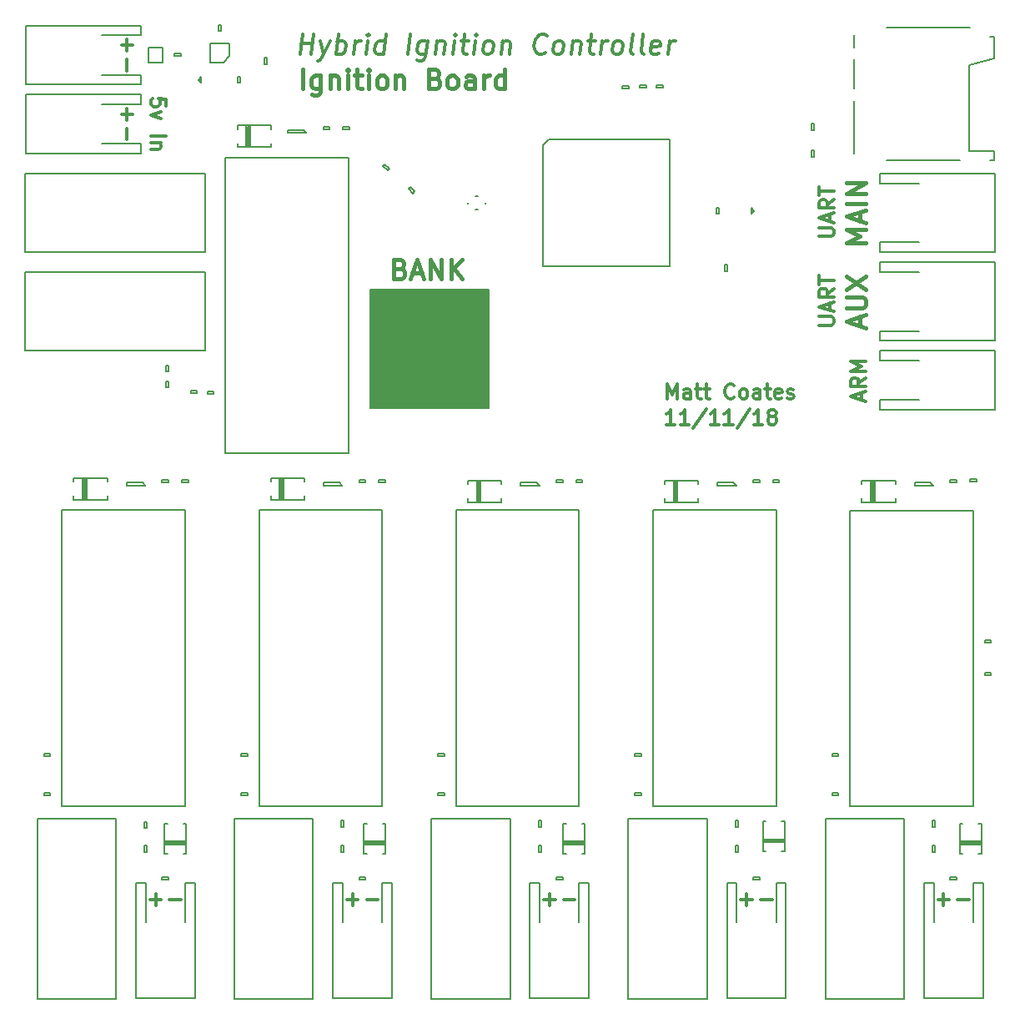
<source format=gto>
G04 #@! TF.GenerationSoftware,KiCad,Pcbnew,5.0.1-33cea8e~68~ubuntu18.04.1*
G04 #@! TF.CreationDate,2018-11-12T15:32:08+00:00*
G04 #@! TF.ProjectId,ignition,69676E6974696F6E2E6B696361645F70,rev?*
G04 #@! TF.SameCoordinates,Original*
G04 #@! TF.FileFunction,Legend,Top*
G04 #@! TF.FilePolarity,Positive*
%FSLAX46Y46*%
G04 Gerber Fmt 4.6, Leading zero omitted, Abs format (unit mm)*
G04 Created by KiCad (PCBNEW 5.0.1-33cea8e~68~ubuntu18.04.1) date Mon 12 Nov 2018 15:32:08 GMT*
%MOMM*%
%LPD*%
G01*
G04 APERTURE LIST*
%ADD10C,0.150000*%
%ADD11C,0.400000*%
%ADD12C,0.300000*%
G04 APERTURE END LIST*
D10*
G36*
X55800000Y-47800000D02*
X67800000Y-47800000D01*
X67800000Y-59800000D01*
X55800000Y-59800000D01*
X55800000Y-47800000D01*
G37*
X55800000Y-47800000D02*
X67800000Y-47800000D01*
X67800000Y-59800000D01*
X55800000Y-59800000D01*
X55800000Y-47800000D01*
D11*
X58838095Y-45657142D02*
X59123809Y-45752380D01*
X59219047Y-45847619D01*
X59314285Y-46038095D01*
X59314285Y-46323809D01*
X59219047Y-46514285D01*
X59123809Y-46609523D01*
X58933333Y-46704761D01*
X58171428Y-46704761D01*
X58171428Y-44704761D01*
X58838095Y-44704761D01*
X59028571Y-44800000D01*
X59123809Y-44895238D01*
X59219047Y-45085714D01*
X59219047Y-45276190D01*
X59123809Y-45466666D01*
X59028571Y-45561904D01*
X58838095Y-45657142D01*
X58171428Y-45657142D01*
X60076190Y-46133333D02*
X61028571Y-46133333D01*
X59885714Y-46704761D02*
X60552380Y-44704761D01*
X61219047Y-46704761D01*
X61885714Y-46704761D02*
X61885714Y-44704761D01*
X63028571Y-46704761D01*
X63028571Y-44704761D01*
X63980952Y-46704761D02*
X63980952Y-44704761D01*
X65123809Y-46704761D02*
X64266666Y-45561904D01*
X65123809Y-44704761D02*
X63980952Y-45847619D01*
D12*
X116571428Y-109692857D02*
X115428571Y-109692857D01*
X114571428Y-109692857D02*
X113428571Y-109692857D01*
X114000000Y-109121428D02*
X114000000Y-110264285D01*
X94571428Y-109692857D02*
X93428571Y-109692857D01*
X94000000Y-109121428D02*
X94000000Y-110264285D01*
X96571428Y-109692857D02*
X95428571Y-109692857D01*
X74571428Y-109692857D02*
X73428571Y-109692857D01*
X74000000Y-109121428D02*
X74000000Y-110264285D01*
X76571428Y-109692857D02*
X75428571Y-109692857D01*
X56571428Y-109692857D02*
X55428571Y-109692857D01*
X54571428Y-109692857D02*
X53428571Y-109692857D01*
X54000000Y-109121428D02*
X54000000Y-110264285D01*
X34571428Y-109692857D02*
X33428571Y-109692857D01*
X34000000Y-109121428D02*
X34000000Y-110264285D01*
X36571428Y-109692857D02*
X35428571Y-109692857D01*
X31107142Y-23571428D02*
X31107142Y-22428571D01*
X31678571Y-23000000D02*
X30535714Y-23000000D01*
X31107142Y-25571428D02*
X31107142Y-24428571D01*
X31107142Y-32571428D02*
X31107142Y-31428571D01*
X31107142Y-30571428D02*
X31107142Y-29428571D01*
X31678571Y-30000000D02*
X30535714Y-30000000D01*
X35021428Y-29178571D02*
X35021428Y-28464285D01*
X34307142Y-28392857D01*
X34378571Y-28464285D01*
X34450000Y-28607142D01*
X34450000Y-28964285D01*
X34378571Y-29107142D01*
X34307142Y-29178571D01*
X34164285Y-29250000D01*
X33807142Y-29250000D01*
X33664285Y-29178571D01*
X33592857Y-29107142D01*
X33521428Y-28964285D01*
X33521428Y-28607142D01*
X33592857Y-28464285D01*
X33664285Y-28392857D01*
X34521428Y-29750000D02*
X33521428Y-30107142D01*
X34521428Y-30464285D01*
X33521428Y-32178571D02*
X35021428Y-32178571D01*
X34521428Y-32892857D02*
X33521428Y-32892857D01*
X34378571Y-32892857D02*
X34450000Y-32964285D01*
X34521428Y-33107142D01*
X34521428Y-33321428D01*
X34450000Y-33464285D01*
X34307142Y-33535714D01*
X33521428Y-33535714D01*
X105650000Y-58964285D02*
X105650000Y-58250000D01*
X106078571Y-59107142D02*
X104578571Y-58607142D01*
X106078571Y-58107142D01*
X106078571Y-56750000D02*
X105364285Y-57250000D01*
X106078571Y-57607142D02*
X104578571Y-57607142D01*
X104578571Y-57035714D01*
X104650000Y-56892857D01*
X104721428Y-56821428D01*
X104864285Y-56750000D01*
X105078571Y-56750000D01*
X105221428Y-56821428D01*
X105292857Y-56892857D01*
X105364285Y-57035714D01*
X105364285Y-57607142D01*
X106078571Y-56107142D02*
X104578571Y-56107142D01*
X105650000Y-55607142D01*
X104578571Y-55107142D01*
X106078571Y-55107142D01*
D11*
X105533333Y-51476190D02*
X105533333Y-50523809D01*
X106104761Y-51666666D02*
X104104761Y-51000000D01*
X106104761Y-50333333D01*
X104104761Y-49666666D02*
X105723809Y-49666666D01*
X105914285Y-49571428D01*
X106009523Y-49476190D01*
X106104761Y-49285714D01*
X106104761Y-48904761D01*
X106009523Y-48714285D01*
X105914285Y-48619047D01*
X105723809Y-48523809D01*
X104104761Y-48523809D01*
X104104761Y-47761904D02*
X106104761Y-46428571D01*
X104104761Y-46428571D02*
X106104761Y-47761904D01*
D12*
X101378571Y-51392857D02*
X102592857Y-51392857D01*
X102735714Y-51321428D01*
X102807142Y-51250000D01*
X102878571Y-51107142D01*
X102878571Y-50821428D01*
X102807142Y-50678571D01*
X102735714Y-50607142D01*
X102592857Y-50535714D01*
X101378571Y-50535714D01*
X102450000Y-49892857D02*
X102450000Y-49178571D01*
X102878571Y-50035714D02*
X101378571Y-49535714D01*
X102878571Y-49035714D01*
X102878571Y-47678571D02*
X102164285Y-48178571D01*
X102878571Y-48535714D02*
X101378571Y-48535714D01*
X101378571Y-47964285D01*
X101450000Y-47821428D01*
X101521428Y-47750000D01*
X101664285Y-47678571D01*
X101878571Y-47678571D01*
X102021428Y-47750000D01*
X102092857Y-47821428D01*
X102164285Y-47964285D01*
X102164285Y-48535714D01*
X101378571Y-47250000D02*
X101378571Y-46392857D01*
X102878571Y-46821428D02*
X101378571Y-46821428D01*
D11*
X106104761Y-43047619D02*
X104104761Y-43047619D01*
X105533333Y-42380952D01*
X104104761Y-41714285D01*
X106104761Y-41714285D01*
X105533333Y-40857142D02*
X105533333Y-39904761D01*
X106104761Y-41047619D02*
X104104761Y-40380952D01*
X106104761Y-39714285D01*
X106104761Y-39047619D02*
X104104761Y-39047619D01*
X106104761Y-38095238D02*
X104104761Y-38095238D01*
X106104761Y-36952380D01*
X104104761Y-36952380D01*
D12*
X101378571Y-42392857D02*
X102592857Y-42392857D01*
X102735714Y-42321428D01*
X102807142Y-42250000D01*
X102878571Y-42107142D01*
X102878571Y-41821428D01*
X102807142Y-41678571D01*
X102735714Y-41607142D01*
X102592857Y-41535714D01*
X101378571Y-41535714D01*
X102450000Y-40892857D02*
X102450000Y-40178571D01*
X102878571Y-41035714D02*
X101378571Y-40535714D01*
X102878571Y-40035714D01*
X102878571Y-38678571D02*
X102164285Y-39178571D01*
X102878571Y-39535714D02*
X101378571Y-39535714D01*
X101378571Y-38964285D01*
X101450000Y-38821428D01*
X101521428Y-38750000D01*
X101664285Y-38678571D01*
X101878571Y-38678571D01*
X102021428Y-38750000D01*
X102092857Y-38821428D01*
X102164285Y-38964285D01*
X102164285Y-39535714D01*
X101378571Y-38250000D02*
X101378571Y-37392857D01*
X102878571Y-37821428D02*
X101378571Y-37821428D01*
X86737857Y-61478571D02*
X85880714Y-61478571D01*
X86309285Y-61478571D02*
X86309285Y-59978571D01*
X86166428Y-60192857D01*
X86023571Y-60335714D01*
X85880714Y-60407142D01*
X88166428Y-61478571D02*
X87309285Y-61478571D01*
X87737857Y-61478571D02*
X87737857Y-59978571D01*
X87595000Y-60192857D01*
X87452142Y-60335714D01*
X87309285Y-60407142D01*
X89880714Y-59907142D02*
X88595000Y-61835714D01*
X91166428Y-61478571D02*
X90309285Y-61478571D01*
X90737857Y-61478571D02*
X90737857Y-59978571D01*
X90595000Y-60192857D01*
X90452142Y-60335714D01*
X90309285Y-60407142D01*
X92595000Y-61478571D02*
X91737857Y-61478571D01*
X92166428Y-61478571D02*
X92166428Y-59978571D01*
X92023571Y-60192857D01*
X91880714Y-60335714D01*
X91737857Y-60407142D01*
X94309285Y-59907142D02*
X93023571Y-61835714D01*
X95595000Y-61478571D02*
X94737857Y-61478571D01*
X95166428Y-61478571D02*
X95166428Y-59978571D01*
X95023571Y-60192857D01*
X94880714Y-60335714D01*
X94737857Y-60407142D01*
X96452142Y-60621428D02*
X96309285Y-60550000D01*
X96237857Y-60478571D01*
X96166428Y-60335714D01*
X96166428Y-60264285D01*
X96237857Y-60121428D01*
X96309285Y-60050000D01*
X96452142Y-59978571D01*
X96737857Y-59978571D01*
X96880714Y-60050000D01*
X96952142Y-60121428D01*
X97023571Y-60264285D01*
X97023571Y-60335714D01*
X96952142Y-60478571D01*
X96880714Y-60550000D01*
X96737857Y-60621428D01*
X96452142Y-60621428D01*
X96309285Y-60692857D01*
X96237857Y-60764285D01*
X96166428Y-60907142D01*
X96166428Y-61192857D01*
X96237857Y-61335714D01*
X96309285Y-61407142D01*
X96452142Y-61478571D01*
X96737857Y-61478571D01*
X96880714Y-61407142D01*
X96952142Y-61335714D01*
X97023571Y-61192857D01*
X97023571Y-60907142D01*
X96952142Y-60764285D01*
X96880714Y-60692857D01*
X96737857Y-60621428D01*
X85952142Y-58878571D02*
X85952142Y-57378571D01*
X86452142Y-58450000D01*
X86952142Y-57378571D01*
X86952142Y-58878571D01*
X88309285Y-58878571D02*
X88309285Y-58092857D01*
X88237857Y-57950000D01*
X88095000Y-57878571D01*
X87809285Y-57878571D01*
X87666428Y-57950000D01*
X88309285Y-58807142D02*
X88166428Y-58878571D01*
X87809285Y-58878571D01*
X87666428Y-58807142D01*
X87595000Y-58664285D01*
X87595000Y-58521428D01*
X87666428Y-58378571D01*
X87809285Y-58307142D01*
X88166428Y-58307142D01*
X88309285Y-58235714D01*
X88809285Y-57878571D02*
X89380714Y-57878571D01*
X89023571Y-57378571D02*
X89023571Y-58664285D01*
X89095000Y-58807142D01*
X89237857Y-58878571D01*
X89380714Y-58878571D01*
X89666428Y-57878571D02*
X90237857Y-57878571D01*
X89880714Y-57378571D02*
X89880714Y-58664285D01*
X89952142Y-58807142D01*
X90095000Y-58878571D01*
X90237857Y-58878571D01*
X92737857Y-58735714D02*
X92666428Y-58807142D01*
X92452142Y-58878571D01*
X92309285Y-58878571D01*
X92095000Y-58807142D01*
X91952142Y-58664285D01*
X91880714Y-58521428D01*
X91809285Y-58235714D01*
X91809285Y-58021428D01*
X91880714Y-57735714D01*
X91952142Y-57592857D01*
X92095000Y-57450000D01*
X92309285Y-57378571D01*
X92452142Y-57378571D01*
X92666428Y-57450000D01*
X92737857Y-57521428D01*
X93595000Y-58878571D02*
X93452142Y-58807142D01*
X93380714Y-58735714D01*
X93309285Y-58592857D01*
X93309285Y-58164285D01*
X93380714Y-58021428D01*
X93452142Y-57950000D01*
X93595000Y-57878571D01*
X93809285Y-57878571D01*
X93952142Y-57950000D01*
X94023571Y-58021428D01*
X94095000Y-58164285D01*
X94095000Y-58592857D01*
X94023571Y-58735714D01*
X93952142Y-58807142D01*
X93809285Y-58878571D01*
X93595000Y-58878571D01*
X95380714Y-58878571D02*
X95380714Y-58092857D01*
X95309285Y-57950000D01*
X95166428Y-57878571D01*
X94880714Y-57878571D01*
X94737857Y-57950000D01*
X95380714Y-58807142D02*
X95237857Y-58878571D01*
X94880714Y-58878571D01*
X94737857Y-58807142D01*
X94666428Y-58664285D01*
X94666428Y-58521428D01*
X94737857Y-58378571D01*
X94880714Y-58307142D01*
X95237857Y-58307142D01*
X95380714Y-58235714D01*
X95880714Y-57878571D02*
X96452142Y-57878571D01*
X96095000Y-57378571D02*
X96095000Y-58664285D01*
X96166428Y-58807142D01*
X96309285Y-58878571D01*
X96452142Y-58878571D01*
X97523571Y-58807142D02*
X97380714Y-58878571D01*
X97095000Y-58878571D01*
X96952142Y-58807142D01*
X96880714Y-58664285D01*
X96880714Y-58092857D01*
X96952142Y-57950000D01*
X97095000Y-57878571D01*
X97380714Y-57878571D01*
X97523571Y-57950000D01*
X97595000Y-58092857D01*
X97595000Y-58235714D01*
X96880714Y-58378571D01*
X98166428Y-58807142D02*
X98309285Y-58878571D01*
X98595000Y-58878571D01*
X98737857Y-58807142D01*
X98809285Y-58664285D01*
X98809285Y-58592857D01*
X98737857Y-58450000D01*
X98595000Y-58378571D01*
X98380714Y-58378571D01*
X98237857Y-58307142D01*
X98166428Y-58164285D01*
X98166428Y-58092857D01*
X98237857Y-57950000D01*
X98380714Y-57878571D01*
X98595000Y-57878571D01*
X98737857Y-57950000D01*
X48683095Y-23904761D02*
X48933095Y-21904761D01*
X48814047Y-22857142D02*
X49956904Y-22857142D01*
X49825952Y-23904761D02*
X50075952Y-21904761D01*
X50754523Y-22571428D02*
X51064047Y-23904761D01*
X51706904Y-22571428D02*
X51064047Y-23904761D01*
X50814047Y-24380952D01*
X50706904Y-24476190D01*
X50504523Y-24571428D01*
X52302142Y-23904761D02*
X52552142Y-21904761D01*
X52456904Y-22666666D02*
X52659285Y-22571428D01*
X53040238Y-22571428D01*
X53218809Y-22666666D01*
X53302142Y-22761904D01*
X53373571Y-22952380D01*
X53302142Y-23523809D01*
X53183095Y-23714285D01*
X53075952Y-23809523D01*
X52873571Y-23904761D01*
X52492619Y-23904761D01*
X52314047Y-23809523D01*
X54111666Y-23904761D02*
X54278333Y-22571428D01*
X54230714Y-22952380D02*
X54349761Y-22761904D01*
X54456904Y-22666666D01*
X54659285Y-22571428D01*
X54849761Y-22571428D01*
X55349761Y-23904761D02*
X55516428Y-22571428D01*
X55599761Y-21904761D02*
X55492619Y-22000000D01*
X55575952Y-22095238D01*
X55683095Y-22000000D01*
X55599761Y-21904761D01*
X55575952Y-22095238D01*
X57159285Y-23904761D02*
X57409285Y-21904761D01*
X57171190Y-23809523D02*
X56968809Y-23904761D01*
X56587857Y-23904761D01*
X56409285Y-23809523D01*
X56325952Y-23714285D01*
X56254523Y-23523809D01*
X56325952Y-22952380D01*
X56445000Y-22761904D01*
X56552142Y-22666666D01*
X56754523Y-22571428D01*
X57135476Y-22571428D01*
X57314047Y-22666666D01*
X59635476Y-23904761D02*
X59885476Y-21904761D01*
X61611666Y-22571428D02*
X61409285Y-24190476D01*
X61290238Y-24380952D01*
X61183095Y-24476190D01*
X60980714Y-24571428D01*
X60695000Y-24571428D01*
X60516428Y-24476190D01*
X61456904Y-23809523D02*
X61254523Y-23904761D01*
X60873571Y-23904761D01*
X60695000Y-23809523D01*
X60611666Y-23714285D01*
X60540238Y-23523809D01*
X60611666Y-22952380D01*
X60730714Y-22761904D01*
X60837857Y-22666666D01*
X61040238Y-22571428D01*
X61421190Y-22571428D01*
X61599761Y-22666666D01*
X62564047Y-22571428D02*
X62397380Y-23904761D01*
X62540238Y-22761904D02*
X62647380Y-22666666D01*
X62849761Y-22571428D01*
X63135476Y-22571428D01*
X63314047Y-22666666D01*
X63385476Y-22857142D01*
X63254523Y-23904761D01*
X64206904Y-23904761D02*
X64373571Y-22571428D01*
X64456904Y-21904761D02*
X64349761Y-22000000D01*
X64433095Y-22095238D01*
X64540238Y-22000000D01*
X64456904Y-21904761D01*
X64433095Y-22095238D01*
X65040238Y-22571428D02*
X65802142Y-22571428D01*
X65409285Y-21904761D02*
X65195000Y-23619047D01*
X65266428Y-23809523D01*
X65445000Y-23904761D01*
X65635476Y-23904761D01*
X66302142Y-23904761D02*
X66468809Y-22571428D01*
X66552142Y-21904761D02*
X66445000Y-22000000D01*
X66528333Y-22095238D01*
X66635476Y-22000000D01*
X66552142Y-21904761D01*
X66528333Y-22095238D01*
X67540238Y-23904761D02*
X67361666Y-23809523D01*
X67278333Y-23714285D01*
X67206904Y-23523809D01*
X67278333Y-22952380D01*
X67397380Y-22761904D01*
X67504523Y-22666666D01*
X67706904Y-22571428D01*
X67992619Y-22571428D01*
X68171190Y-22666666D01*
X68254523Y-22761904D01*
X68325952Y-22952380D01*
X68254523Y-23523809D01*
X68135476Y-23714285D01*
X68028333Y-23809523D01*
X67825952Y-23904761D01*
X67540238Y-23904761D01*
X69230714Y-22571428D02*
X69064047Y-23904761D01*
X69206904Y-22761904D02*
X69314047Y-22666666D01*
X69516428Y-22571428D01*
X69802142Y-22571428D01*
X69980714Y-22666666D01*
X70052142Y-22857142D01*
X69921190Y-23904761D01*
X73564047Y-23714285D02*
X73456904Y-23809523D01*
X73159285Y-23904761D01*
X72968809Y-23904761D01*
X72695000Y-23809523D01*
X72528333Y-23619047D01*
X72456904Y-23428571D01*
X72409285Y-23047619D01*
X72445000Y-22761904D01*
X72587857Y-22380952D01*
X72706904Y-22190476D01*
X72921190Y-22000000D01*
X73218809Y-21904761D01*
X73409285Y-21904761D01*
X73683095Y-22000000D01*
X73766428Y-22095238D01*
X74683095Y-23904761D02*
X74504523Y-23809523D01*
X74421190Y-23714285D01*
X74349761Y-23523809D01*
X74421190Y-22952380D01*
X74540238Y-22761904D01*
X74647380Y-22666666D01*
X74849761Y-22571428D01*
X75135476Y-22571428D01*
X75314047Y-22666666D01*
X75397380Y-22761904D01*
X75468809Y-22952380D01*
X75397380Y-23523809D01*
X75278333Y-23714285D01*
X75171190Y-23809523D01*
X74968809Y-23904761D01*
X74683095Y-23904761D01*
X76373571Y-22571428D02*
X76206904Y-23904761D01*
X76349761Y-22761904D02*
X76456904Y-22666666D01*
X76659285Y-22571428D01*
X76945000Y-22571428D01*
X77123571Y-22666666D01*
X77195000Y-22857142D01*
X77064047Y-23904761D01*
X77897380Y-22571428D02*
X78659285Y-22571428D01*
X78266428Y-21904761D02*
X78052142Y-23619047D01*
X78123571Y-23809523D01*
X78302142Y-23904761D01*
X78492619Y-23904761D01*
X79159285Y-23904761D02*
X79325952Y-22571428D01*
X79278333Y-22952380D02*
X79397380Y-22761904D01*
X79504523Y-22666666D01*
X79706904Y-22571428D01*
X79897380Y-22571428D01*
X80683095Y-23904761D02*
X80504523Y-23809523D01*
X80421190Y-23714285D01*
X80349761Y-23523809D01*
X80421190Y-22952380D01*
X80540238Y-22761904D01*
X80647380Y-22666666D01*
X80849761Y-22571428D01*
X81135476Y-22571428D01*
X81314047Y-22666666D01*
X81397380Y-22761904D01*
X81468809Y-22952380D01*
X81397380Y-23523809D01*
X81278333Y-23714285D01*
X81171190Y-23809523D01*
X80968809Y-23904761D01*
X80683095Y-23904761D01*
X82492619Y-23904761D02*
X82314047Y-23809523D01*
X82242619Y-23619047D01*
X82456904Y-21904761D01*
X83540238Y-23904761D02*
X83361666Y-23809523D01*
X83290238Y-23619047D01*
X83504523Y-21904761D01*
X85075952Y-23809523D02*
X84873571Y-23904761D01*
X84492619Y-23904761D01*
X84314047Y-23809523D01*
X84242619Y-23619047D01*
X84337857Y-22857142D01*
X84456904Y-22666666D01*
X84659285Y-22571428D01*
X85040238Y-22571428D01*
X85218809Y-22666666D01*
X85290238Y-22857142D01*
X85266428Y-23047619D01*
X84290238Y-23238095D01*
X86016428Y-23904761D02*
X86183095Y-22571428D01*
X86135476Y-22952380D02*
X86254523Y-22761904D01*
X86361666Y-22666666D01*
X86564047Y-22571428D01*
X86754523Y-22571428D01*
D11*
X48936190Y-27404761D02*
X48936190Y-25404761D01*
X50745714Y-26071428D02*
X50745714Y-27690476D01*
X50650476Y-27880952D01*
X50555238Y-27976190D01*
X50364761Y-28071428D01*
X50079047Y-28071428D01*
X49888571Y-27976190D01*
X50745714Y-27309523D02*
X50555238Y-27404761D01*
X50174285Y-27404761D01*
X49983809Y-27309523D01*
X49888571Y-27214285D01*
X49793333Y-27023809D01*
X49793333Y-26452380D01*
X49888571Y-26261904D01*
X49983809Y-26166666D01*
X50174285Y-26071428D01*
X50555238Y-26071428D01*
X50745714Y-26166666D01*
X51698095Y-26071428D02*
X51698095Y-27404761D01*
X51698095Y-26261904D02*
X51793333Y-26166666D01*
X51983809Y-26071428D01*
X52269523Y-26071428D01*
X52460000Y-26166666D01*
X52555238Y-26357142D01*
X52555238Y-27404761D01*
X53507619Y-27404761D02*
X53507619Y-26071428D01*
X53507619Y-25404761D02*
X53412380Y-25500000D01*
X53507619Y-25595238D01*
X53602857Y-25500000D01*
X53507619Y-25404761D01*
X53507619Y-25595238D01*
X54174285Y-26071428D02*
X54936190Y-26071428D01*
X54460000Y-25404761D02*
X54460000Y-27119047D01*
X54555238Y-27309523D01*
X54745714Y-27404761D01*
X54936190Y-27404761D01*
X55602857Y-27404761D02*
X55602857Y-26071428D01*
X55602857Y-25404761D02*
X55507619Y-25500000D01*
X55602857Y-25595238D01*
X55698095Y-25500000D01*
X55602857Y-25404761D01*
X55602857Y-25595238D01*
X56840952Y-27404761D02*
X56650476Y-27309523D01*
X56555238Y-27214285D01*
X56460000Y-27023809D01*
X56460000Y-26452380D01*
X56555238Y-26261904D01*
X56650476Y-26166666D01*
X56840952Y-26071428D01*
X57126666Y-26071428D01*
X57317142Y-26166666D01*
X57412380Y-26261904D01*
X57507619Y-26452380D01*
X57507619Y-27023809D01*
X57412380Y-27214285D01*
X57317142Y-27309523D01*
X57126666Y-27404761D01*
X56840952Y-27404761D01*
X58364761Y-26071428D02*
X58364761Y-27404761D01*
X58364761Y-26261904D02*
X58460000Y-26166666D01*
X58650476Y-26071428D01*
X58936190Y-26071428D01*
X59126666Y-26166666D01*
X59221904Y-26357142D01*
X59221904Y-27404761D01*
X62364761Y-26357142D02*
X62650476Y-26452380D01*
X62745714Y-26547619D01*
X62840952Y-26738095D01*
X62840952Y-27023809D01*
X62745714Y-27214285D01*
X62650476Y-27309523D01*
X62460000Y-27404761D01*
X61698095Y-27404761D01*
X61698095Y-25404761D01*
X62364761Y-25404761D01*
X62555238Y-25500000D01*
X62650476Y-25595238D01*
X62745714Y-25785714D01*
X62745714Y-25976190D01*
X62650476Y-26166666D01*
X62555238Y-26261904D01*
X62364761Y-26357142D01*
X61698095Y-26357142D01*
X63983809Y-27404761D02*
X63793333Y-27309523D01*
X63698095Y-27214285D01*
X63602857Y-27023809D01*
X63602857Y-26452380D01*
X63698095Y-26261904D01*
X63793333Y-26166666D01*
X63983809Y-26071428D01*
X64269523Y-26071428D01*
X64460000Y-26166666D01*
X64555238Y-26261904D01*
X64650476Y-26452380D01*
X64650476Y-27023809D01*
X64555238Y-27214285D01*
X64460000Y-27309523D01*
X64269523Y-27404761D01*
X63983809Y-27404761D01*
X66364761Y-27404761D02*
X66364761Y-26357142D01*
X66269523Y-26166666D01*
X66079047Y-26071428D01*
X65698095Y-26071428D01*
X65507619Y-26166666D01*
X66364761Y-27309523D02*
X66174285Y-27404761D01*
X65698095Y-27404761D01*
X65507619Y-27309523D01*
X65412380Y-27119047D01*
X65412380Y-26928571D01*
X65507619Y-26738095D01*
X65698095Y-26642857D01*
X66174285Y-26642857D01*
X66364761Y-26547619D01*
X67317142Y-27404761D02*
X67317142Y-26071428D01*
X67317142Y-26452380D02*
X67412380Y-26261904D01*
X67507619Y-26166666D01*
X67698095Y-26071428D01*
X67888571Y-26071428D01*
X69412380Y-27404761D02*
X69412380Y-25404761D01*
X69412380Y-27309523D02*
X69221904Y-27404761D01*
X68840952Y-27404761D01*
X68650476Y-27309523D01*
X68555238Y-27214285D01*
X68460000Y-27023809D01*
X68460000Y-26452380D01*
X68555238Y-26261904D01*
X68650476Y-26166666D01*
X68840952Y-26071428D01*
X69221904Y-26071428D01*
X69412380Y-26166666D01*
D10*
G04 #@! TO.C,J9*
X118000000Y-119700000D02*
X112000000Y-119700000D01*
X112000000Y-119700000D02*
X112000000Y-108000000D01*
X112000000Y-108000000D02*
X113000000Y-108000000D01*
X113000000Y-108000000D02*
X113000000Y-112000000D01*
X118000000Y-119700000D02*
X118000000Y-108000000D01*
X118000000Y-108000000D02*
X117000000Y-108000000D01*
X117000000Y-108000000D02*
X117000000Y-112000000D01*
G04 #@! TO.C,J17*
X102000000Y-119750000D02*
X110000000Y-119750000D01*
X102000000Y-101500000D02*
X102000000Y-119750000D01*
X110000000Y-101500000D02*
X102000000Y-101500000D01*
X110000000Y-119750000D02*
X110000000Y-101500000D01*
G04 #@! TO.C,C2*
X34725000Y-24725000D02*
X33275000Y-24725000D01*
X34725000Y-23275000D02*
X34725000Y-24725000D01*
X33275000Y-23275000D02*
X34725000Y-23275000D01*
X33275000Y-24725000D02*
X33275000Y-23275000D01*
G04 #@! TO.C,C3*
X35925000Y-24125000D02*
X35925000Y-23875000D01*
X35925000Y-23875000D02*
X36575000Y-23875000D01*
X36575000Y-23875000D02*
X36575000Y-24125000D01*
X36575000Y-24125000D02*
X35925000Y-24125000D01*
G04 #@! TO.C,C4*
X40625000Y-20925000D02*
X40625000Y-21575000D01*
X40375000Y-20925000D02*
X40625000Y-20925000D01*
X40375000Y-21575000D02*
X40375000Y-20925000D01*
X40625000Y-21575000D02*
X40375000Y-21575000D01*
G04 #@! TO.C,C5*
X45075000Y-24925000D02*
X45075000Y-24275000D01*
X45325000Y-24925000D02*
X45075000Y-24925000D01*
X45325000Y-24275000D02*
X45325000Y-24925000D01*
X45075000Y-24275000D02*
X45325000Y-24275000D01*
G04 #@! TO.C,D1*
X49100000Y-66900000D02*
X49100000Y-67300000D01*
X45700000Y-66900000D02*
X49100000Y-66900000D01*
X45700000Y-67300000D02*
X45700000Y-66900000D01*
X45700000Y-69100000D02*
X45700000Y-68700000D01*
X49100000Y-69100000D02*
X45700000Y-69100000D01*
X49100000Y-68700000D02*
X49100000Y-69100000D01*
X47000000Y-66900000D02*
X46600000Y-66900000D01*
X47000000Y-69100000D02*
X47000000Y-66900000D01*
X46600000Y-69100000D02*
X47000000Y-69100000D01*
X46600000Y-66900000D02*
X46600000Y-69100000D01*
D11*
X46800000Y-67100000D02*
X46800000Y-68900000D01*
G04 #@! TO.C,D2*
X86800000Y-67350000D02*
X86800000Y-69150000D01*
D10*
X86600000Y-67150000D02*
X86600000Y-69350000D01*
X86600000Y-69350000D02*
X87000000Y-69350000D01*
X87000000Y-69350000D02*
X87000000Y-67150000D01*
X87000000Y-67150000D02*
X86600000Y-67150000D01*
X89100000Y-68950000D02*
X89100000Y-69350000D01*
X89100000Y-69350000D02*
X85700000Y-69350000D01*
X85700000Y-69350000D02*
X85700000Y-68950000D01*
X85700000Y-67550000D02*
X85700000Y-67150000D01*
X85700000Y-67150000D02*
X89100000Y-67150000D01*
X89100000Y-67150000D02*
X89100000Y-67550000D01*
D11*
G04 #@! TO.C,D3*
X43400000Y-31350000D02*
X43400000Y-33150000D01*
D10*
X43200000Y-31150000D02*
X43200000Y-33350000D01*
X43200000Y-33350000D02*
X43600000Y-33350000D01*
X43600000Y-33350000D02*
X43600000Y-31150000D01*
X43600000Y-31150000D02*
X43200000Y-31150000D01*
X45700000Y-32950000D02*
X45700000Y-33350000D01*
X45700000Y-33350000D02*
X42300000Y-33350000D01*
X42300000Y-33350000D02*
X42300000Y-32950000D01*
X42300000Y-31550000D02*
X42300000Y-31150000D01*
X42300000Y-31150000D02*
X45700000Y-31150000D01*
X45700000Y-31150000D02*
X45700000Y-31550000D01*
G04 #@! TO.C,D4*
X57350000Y-102000000D02*
X57350000Y-103500000D01*
X57050000Y-102000000D02*
X57350000Y-102000000D01*
X55150000Y-102000000D02*
X55450000Y-102000000D01*
X55150000Y-105000000D02*
X55150000Y-102000000D01*
X55450000Y-105000000D02*
X55150000Y-105000000D01*
X57350000Y-105000000D02*
X57050000Y-105000000D01*
X57350000Y-103500000D02*
X57350000Y-105000000D01*
X57350000Y-104100000D02*
X55150000Y-104100000D01*
X55150000Y-104000000D02*
X57350000Y-104000000D01*
X57350000Y-103900000D02*
X55150000Y-103900000D01*
X55150000Y-103800000D02*
X57350000Y-103800000D01*
G04 #@! TO.C,D5*
X97850000Y-101750000D02*
X97850000Y-103250000D01*
X97550000Y-101750000D02*
X97850000Y-101750000D01*
X95650000Y-101750000D02*
X95950000Y-101750000D01*
X95650000Y-104750000D02*
X95650000Y-101750000D01*
X95950000Y-104750000D02*
X95650000Y-104750000D01*
X97850000Y-104750000D02*
X97550000Y-104750000D01*
X97850000Y-103250000D02*
X97850000Y-104750000D01*
X97850000Y-103850000D02*
X95650000Y-103850000D01*
X95650000Y-103750000D02*
X97850000Y-103750000D01*
X97850000Y-103650000D02*
X95650000Y-103650000D01*
X95650000Y-103550000D02*
X97850000Y-103550000D01*
D11*
G04 #@! TO.C,D6*
X26800000Y-67100000D02*
X26800000Y-68900000D01*
D10*
X26600000Y-66900000D02*
X26600000Y-69100000D01*
X26600000Y-69100000D02*
X27000000Y-69100000D01*
X27000000Y-69100000D02*
X27000000Y-66900000D01*
X27000000Y-66900000D02*
X26600000Y-66900000D01*
X29100000Y-68700000D02*
X29100000Y-69100000D01*
X29100000Y-69100000D02*
X25700000Y-69100000D01*
X25700000Y-69100000D02*
X25700000Y-68700000D01*
X25700000Y-67300000D02*
X25700000Y-66900000D01*
X25700000Y-66900000D02*
X29100000Y-66900000D01*
X29100000Y-66900000D02*
X29100000Y-67300000D01*
G04 #@! TO.C,D7*
X69100000Y-67150000D02*
X69100000Y-67550000D01*
X65700000Y-67150000D02*
X69100000Y-67150000D01*
X65700000Y-67550000D02*
X65700000Y-67150000D01*
X65700000Y-69350000D02*
X65700000Y-68950000D01*
X69100000Y-69350000D02*
X65700000Y-69350000D01*
X69100000Y-68950000D02*
X69100000Y-69350000D01*
X67000000Y-67150000D02*
X66600000Y-67150000D01*
X67000000Y-69350000D02*
X67000000Y-67150000D01*
X66600000Y-69350000D02*
X67000000Y-69350000D01*
X66600000Y-67150000D02*
X66600000Y-69350000D01*
D11*
X66800000Y-67350000D02*
X66800000Y-69150000D01*
D10*
G04 #@! TO.C,D8*
X109100000Y-67150000D02*
X109100000Y-67550000D01*
X105700000Y-67150000D02*
X109100000Y-67150000D01*
X105700000Y-67550000D02*
X105700000Y-67150000D01*
X105700000Y-69350000D02*
X105700000Y-68950000D01*
X109100000Y-69350000D02*
X105700000Y-69350000D01*
X109100000Y-68950000D02*
X109100000Y-69350000D01*
X107000000Y-67150000D02*
X106600000Y-67150000D01*
X107000000Y-69350000D02*
X107000000Y-67150000D01*
X106600000Y-69350000D02*
X107000000Y-69350000D01*
X106600000Y-67150000D02*
X106600000Y-69350000D01*
D11*
X106800000Y-67350000D02*
X106800000Y-69150000D01*
D10*
G04 #@! TO.C,D9*
X38375000Y-26500000D02*
X38625000Y-26175000D01*
X38375000Y-26500000D02*
X38625000Y-26825000D01*
X38625000Y-26175000D02*
X38625000Y-26825000D01*
G04 #@! TO.C,D10*
X94475000Y-40125000D02*
X94475000Y-39475000D01*
X94725000Y-39800000D02*
X94475000Y-39475000D01*
X94725000Y-39800000D02*
X94475000Y-40125000D01*
G04 #@! TO.C,D11*
X34900000Y-103800000D02*
X37100000Y-103800000D01*
X37100000Y-103900000D02*
X34900000Y-103900000D01*
X34900000Y-104000000D02*
X37100000Y-104000000D01*
X37100000Y-104100000D02*
X34900000Y-104100000D01*
X37100000Y-103500000D02*
X37100000Y-105000000D01*
X37100000Y-105000000D02*
X36800000Y-105000000D01*
X35200000Y-105000000D02*
X34900000Y-105000000D01*
X34900000Y-105000000D02*
X34900000Y-102000000D01*
X34900000Y-102000000D02*
X35200000Y-102000000D01*
X36800000Y-102000000D02*
X37100000Y-102000000D01*
X37100000Y-102000000D02*
X37100000Y-103500000D01*
G04 #@! TO.C,D12*
X75400000Y-103800000D02*
X77600000Y-103800000D01*
X77600000Y-103900000D02*
X75400000Y-103900000D01*
X75400000Y-104000000D02*
X77600000Y-104000000D01*
X77600000Y-104100000D02*
X75400000Y-104100000D01*
X77600000Y-103500000D02*
X77600000Y-105000000D01*
X77600000Y-105000000D02*
X77300000Y-105000000D01*
X75700000Y-105000000D02*
X75400000Y-105000000D01*
X75400000Y-105000000D02*
X75400000Y-102000000D01*
X75400000Y-102000000D02*
X75700000Y-102000000D01*
X77300000Y-102000000D02*
X77600000Y-102000000D01*
X77600000Y-102000000D02*
X77600000Y-103500000D01*
G04 #@! TO.C,D13*
X115650000Y-103800000D02*
X117850000Y-103800000D01*
X117850000Y-103900000D02*
X115650000Y-103900000D01*
X115650000Y-104000000D02*
X117850000Y-104000000D01*
X117850000Y-104100000D02*
X115650000Y-104100000D01*
X117850000Y-103500000D02*
X117850000Y-105000000D01*
X117850000Y-105000000D02*
X117550000Y-105000000D01*
X115950000Y-105000000D02*
X115650000Y-105000000D01*
X115650000Y-105000000D02*
X115650000Y-102000000D01*
X115650000Y-102000000D02*
X115950000Y-102000000D01*
X117550000Y-102000000D02*
X117850000Y-102000000D01*
X117850000Y-102000000D02*
X117850000Y-103500000D01*
G04 #@! TO.C,IC7*
X40875000Y-24725000D02*
X39525000Y-24725000D01*
X39525000Y-24725000D02*
X39525000Y-22775000D01*
X39525000Y-22775000D02*
X41475000Y-22775000D01*
X41475000Y-22775000D02*
X41475000Y-24125000D01*
X41475000Y-24125000D02*
X40875000Y-24725000D01*
G04 #@! TO.C,IC8*
X73900000Y-32550000D02*
X86200000Y-32550000D01*
X86200000Y-32550000D02*
X86200000Y-45450000D01*
X86200000Y-45450000D02*
X73300000Y-45450000D01*
X73300000Y-45450000D02*
X73300000Y-33150000D01*
X73300000Y-33150000D02*
X73900000Y-32550000D01*
G04 #@! TO.C,J1*
X20750000Y-54000000D02*
X39000000Y-54000000D01*
X39000000Y-54000000D02*
X39000000Y-46000000D01*
X39000000Y-46000000D02*
X20750000Y-46000000D01*
X20750000Y-46000000D02*
X20750000Y-54000000D01*
G04 #@! TO.C,J2*
X37000000Y-108000000D02*
X37000000Y-112000000D01*
X38000000Y-108000000D02*
X37000000Y-108000000D01*
X38000000Y-119700000D02*
X38000000Y-108000000D01*
X33000000Y-108000000D02*
X33000000Y-112000000D01*
X32000000Y-108000000D02*
X33000000Y-108000000D01*
X32000000Y-119700000D02*
X32000000Y-108000000D01*
X38000000Y-119700000D02*
X32000000Y-119700000D01*
G04 #@! TO.C,J3*
X20750000Y-36000000D02*
X20750000Y-44000000D01*
X39000000Y-36000000D02*
X20750000Y-36000000D01*
X39000000Y-44000000D02*
X39000000Y-36000000D01*
X20750000Y-44000000D02*
X39000000Y-44000000D01*
G04 #@! TO.C,J4*
X58000000Y-119700000D02*
X52000000Y-119700000D01*
X52000000Y-119700000D02*
X52000000Y-108000000D01*
X52000000Y-108000000D02*
X53000000Y-108000000D01*
X53000000Y-108000000D02*
X53000000Y-112000000D01*
X58000000Y-119700000D02*
X58000000Y-108000000D01*
X58000000Y-108000000D02*
X57000000Y-108000000D01*
X57000000Y-108000000D02*
X57000000Y-112000000D01*
G04 #@! TO.C,J5*
X32500000Y-26000000D02*
X28500000Y-26000000D01*
X32500000Y-27000000D02*
X32500000Y-26000000D01*
X20800000Y-27000000D02*
X32500000Y-27000000D01*
X32500000Y-22000000D02*
X28500000Y-22000000D01*
X32500000Y-21000000D02*
X32500000Y-22000000D01*
X20800000Y-21000000D02*
X32500000Y-21000000D01*
X20800000Y-27000000D02*
X20800000Y-21000000D01*
G04 #@! TO.C,J6*
X32500000Y-33000000D02*
X28500000Y-33000000D01*
X32500000Y-34000000D02*
X32500000Y-33000000D01*
X20800000Y-34000000D02*
X32500000Y-34000000D01*
X32500000Y-29000000D02*
X28500000Y-29000000D01*
X32500000Y-28000000D02*
X32500000Y-29000000D01*
X20800000Y-28000000D02*
X32500000Y-28000000D01*
X20800000Y-34000000D02*
X20800000Y-28000000D01*
G04 #@! TO.C,J7*
X78000000Y-119700000D02*
X72000000Y-119700000D01*
X72000000Y-119700000D02*
X72000000Y-108000000D01*
X72000000Y-108000000D02*
X73000000Y-108000000D01*
X73000000Y-108000000D02*
X73000000Y-112000000D01*
X78000000Y-119700000D02*
X78000000Y-108000000D01*
X78000000Y-108000000D02*
X77000000Y-108000000D01*
X77000000Y-108000000D02*
X77000000Y-112000000D01*
G04 #@! TO.C,J8*
X98000000Y-119700000D02*
X92000000Y-119700000D01*
X92000000Y-119700000D02*
X92000000Y-108000000D01*
X92000000Y-108000000D02*
X93000000Y-108000000D01*
X93000000Y-108000000D02*
X93000000Y-112000000D01*
X98000000Y-119700000D02*
X98000000Y-108000000D01*
X98000000Y-108000000D02*
X97000000Y-108000000D01*
X97000000Y-108000000D02*
X97000000Y-112000000D01*
G04 #@! TO.C,J10*
X50000000Y-119750000D02*
X50000000Y-101500000D01*
X50000000Y-101500000D02*
X42000000Y-101500000D01*
X42000000Y-101500000D02*
X42000000Y-119750000D01*
X42000000Y-119750000D02*
X50000000Y-119750000D01*
G04 #@! TO.C,J11*
X90000000Y-119750000D02*
X90000000Y-101500000D01*
X90000000Y-101500000D02*
X82000000Y-101500000D01*
X82000000Y-101500000D02*
X82000000Y-119750000D01*
X82000000Y-119750000D02*
X90000000Y-119750000D01*
G04 #@! TO.C,J12*
X107500000Y-55000000D02*
X111500000Y-55000000D01*
X107500000Y-54000000D02*
X107500000Y-55000000D01*
X119200000Y-54000000D02*
X107500000Y-54000000D01*
X107500000Y-59000000D02*
X111500000Y-59000000D01*
X107500000Y-60000000D02*
X107500000Y-59000000D01*
X119200000Y-60000000D02*
X107500000Y-60000000D01*
X119200000Y-54000000D02*
X119200000Y-60000000D01*
G04 #@! TO.C,J13*
X107500000Y-37000000D02*
X111500000Y-37000000D01*
X107500000Y-36000000D02*
X107500000Y-37000000D01*
X119200000Y-36000000D02*
X107500000Y-36000000D01*
X107500000Y-43000000D02*
X111500000Y-43000000D01*
X107500000Y-44000000D02*
X107500000Y-43000000D01*
X119200000Y-44000000D02*
X107500000Y-44000000D01*
X119200000Y-36000000D02*
X119200000Y-44000000D01*
G04 #@! TO.C,J14*
X119200000Y-45000000D02*
X119200000Y-53000000D01*
X119200000Y-53000000D02*
X107500000Y-53000000D01*
X107500000Y-53000000D02*
X107500000Y-52000000D01*
X107500000Y-52000000D02*
X111500000Y-52000000D01*
X119200000Y-45000000D02*
X107500000Y-45000000D01*
X107500000Y-45000000D02*
X107500000Y-46000000D01*
X107500000Y-46000000D02*
X111500000Y-46000000D01*
G04 #@! TO.C,J15*
X22000000Y-119750000D02*
X30000000Y-119750000D01*
X22000000Y-101500000D02*
X22000000Y-119750000D01*
X30000000Y-101500000D02*
X22000000Y-101500000D01*
X30000000Y-119750000D02*
X30000000Y-101500000D01*
G04 #@! TO.C,J16*
X62000000Y-119750000D02*
X70000000Y-119750000D01*
X62000000Y-101500000D02*
X62000000Y-119750000D01*
X70000000Y-101500000D02*
X62000000Y-101500000D01*
X70000000Y-119750000D02*
X70000000Y-101500000D01*
G04 #@! TO.C,K1*
X44500000Y-100160000D02*
X44500000Y-70160000D01*
X57000000Y-100160000D02*
X44500000Y-100160000D01*
X57000000Y-70160000D02*
X57000000Y-100160000D01*
X44500000Y-70160000D02*
X57000000Y-70160000D01*
G04 #@! TO.C,K2*
X84500000Y-100160000D02*
X84500000Y-70160000D01*
X97000000Y-100160000D02*
X84500000Y-100160000D01*
X97000000Y-70160000D02*
X97000000Y-100160000D01*
X84500000Y-70160000D02*
X97000000Y-70160000D01*
G04 #@! TO.C,K3*
X41100000Y-34410000D02*
X53600000Y-34410000D01*
X53600000Y-34410000D02*
X53600000Y-64410000D01*
X53600000Y-64410000D02*
X41100000Y-64410000D01*
X41100000Y-64410000D02*
X41100000Y-34410000D01*
G04 #@! TO.C,K4*
X24500000Y-70160000D02*
X37000000Y-70160000D01*
X37000000Y-70160000D02*
X37000000Y-100160000D01*
X37000000Y-100160000D02*
X24500000Y-100160000D01*
X24500000Y-100160000D02*
X24500000Y-70160000D01*
G04 #@! TO.C,K5*
X64500000Y-70160000D02*
X77000000Y-70160000D01*
X77000000Y-70160000D02*
X77000000Y-100160000D01*
X77000000Y-100160000D02*
X64500000Y-100160000D01*
X64500000Y-100160000D02*
X64500000Y-70160000D01*
G04 #@! TO.C,K6*
X104500000Y-100200000D02*
X104500000Y-70200000D01*
X117000000Y-100200000D02*
X104500000Y-100200000D01*
X117000000Y-70200000D02*
X117000000Y-100200000D01*
X104500000Y-70200000D02*
X117000000Y-70200000D01*
G04 #@! TO.C,Q1*
X52950000Y-67650000D02*
X52950000Y-67650000D01*
X52950000Y-67650000D02*
X51050000Y-67650000D01*
X51050000Y-67650000D02*
X51050000Y-67350000D01*
X51050000Y-67350000D02*
X52650000Y-67350000D01*
X52650000Y-67350000D02*
X52950000Y-67650000D01*
G04 #@! TO.C,Q2*
X92650000Y-67350000D02*
X92950000Y-67650000D01*
X91050000Y-67350000D02*
X92650000Y-67350000D01*
X91050000Y-67650000D02*
X91050000Y-67350000D01*
X92950000Y-67650000D02*
X91050000Y-67650000D01*
X92950000Y-67650000D02*
X92950000Y-67650000D01*
G04 #@! TO.C,Q3*
X49000000Y-31600000D02*
X49300000Y-31900000D01*
X47400000Y-31600000D02*
X49000000Y-31600000D01*
X47400000Y-31900000D02*
X47400000Y-31600000D01*
X49300000Y-31900000D02*
X47400000Y-31900000D01*
X49300000Y-31900000D02*
X49300000Y-31900000D01*
G04 #@! TO.C,Q4*
X32950000Y-67650000D02*
X32950000Y-67650000D01*
X32950000Y-67650000D02*
X31050000Y-67650000D01*
X31050000Y-67650000D02*
X31050000Y-67350000D01*
X31050000Y-67350000D02*
X32650000Y-67350000D01*
X32650000Y-67350000D02*
X32950000Y-67650000D01*
G04 #@! TO.C,Q5*
X72650000Y-67350000D02*
X72950000Y-67650000D01*
X71050000Y-67350000D02*
X72650000Y-67350000D01*
X71050000Y-67650000D02*
X71050000Y-67350000D01*
X72950000Y-67650000D02*
X71050000Y-67650000D01*
X72950000Y-67650000D02*
X72950000Y-67650000D01*
G04 #@! TO.C,Q6*
X112950000Y-67650000D02*
X112950000Y-67650000D01*
X112950000Y-67650000D02*
X111050000Y-67650000D01*
X111050000Y-67650000D02*
X111050000Y-67350000D01*
X111050000Y-67350000D02*
X112650000Y-67350000D01*
X112650000Y-67350000D02*
X112950000Y-67650000D01*
G04 #@! TO.C,R1*
X35325000Y-107625000D02*
X34675000Y-107625000D01*
X35325000Y-107375000D02*
X35325000Y-107625000D01*
X34675000Y-107375000D02*
X35325000Y-107375000D01*
X34675000Y-107625000D02*
X34675000Y-107375000D01*
G04 #@! TO.C,R2*
X35325000Y-57725000D02*
X35075000Y-57725000D01*
X35075000Y-57725000D02*
X35075000Y-57075000D01*
X35075000Y-57075000D02*
X35325000Y-57075000D01*
X35325000Y-57075000D02*
X35325000Y-57725000D01*
G04 #@! TO.C,R3*
X35325000Y-56125000D02*
X35075000Y-56125000D01*
X35075000Y-56125000D02*
X35075000Y-55475000D01*
X35075000Y-55475000D02*
X35325000Y-55475000D01*
X35325000Y-55475000D02*
X35325000Y-56125000D01*
G04 #@! TO.C,R4*
X55325000Y-107625000D02*
X54675000Y-107625000D01*
X55325000Y-107375000D02*
X55325000Y-107625000D01*
X54675000Y-107375000D02*
X55325000Y-107375000D01*
X54675000Y-107625000D02*
X54675000Y-107375000D01*
G04 #@! TO.C,R5*
X42675000Y-94875000D02*
X43325000Y-94875000D01*
X42675000Y-95125000D02*
X42675000Y-94875000D01*
X43325000Y-95125000D02*
X42675000Y-95125000D01*
X43325000Y-94875000D02*
X43325000Y-95125000D01*
G04 #@! TO.C,R6*
X83325000Y-94875000D02*
X83325000Y-95125000D01*
X83325000Y-95125000D02*
X82675000Y-95125000D01*
X82675000Y-95125000D02*
X82675000Y-94875000D01*
X82675000Y-94875000D02*
X83325000Y-94875000D01*
G04 #@! TO.C,R9*
X42675000Y-99125000D02*
X42675000Y-98875000D01*
X42675000Y-98875000D02*
X43325000Y-98875000D01*
X43325000Y-98875000D02*
X43325000Y-99125000D01*
X43325000Y-99125000D02*
X42675000Y-99125000D01*
G04 #@! TO.C,R10*
X83325000Y-99125000D02*
X82675000Y-99125000D01*
X83325000Y-98875000D02*
X83325000Y-99125000D01*
X82675000Y-98875000D02*
X83325000Y-98875000D01*
X82675000Y-99125000D02*
X82675000Y-98875000D01*
G04 #@! TO.C,R11*
X39925000Y-58125000D02*
X39925000Y-58375000D01*
X39925000Y-58375000D02*
X39275000Y-58375000D01*
X39275000Y-58375000D02*
X39275000Y-58125000D01*
X39275000Y-58125000D02*
X39925000Y-58125000D01*
G04 #@! TO.C,R12*
X74675000Y-107625000D02*
X74675000Y-107375000D01*
X74675000Y-107375000D02*
X75325000Y-107375000D01*
X75325000Y-107375000D02*
X75325000Y-107625000D01*
X75325000Y-107625000D02*
X74675000Y-107625000D01*
G04 #@! TO.C,R14*
X38225000Y-58075000D02*
X38225000Y-58325000D01*
X38225000Y-58325000D02*
X37575000Y-58325000D01*
X37575000Y-58325000D02*
X37575000Y-58075000D01*
X37575000Y-58075000D02*
X38225000Y-58075000D01*
G04 #@! TO.C,R15*
X54675000Y-67325000D02*
X54675000Y-67075000D01*
X54675000Y-67075000D02*
X55325000Y-67075000D01*
X55325000Y-67075000D02*
X55325000Y-67325000D01*
X55325000Y-67325000D02*
X54675000Y-67325000D01*
G04 #@! TO.C,R16*
X95325000Y-67325000D02*
X94675000Y-67325000D01*
X95325000Y-67075000D02*
X95325000Y-67325000D01*
X94675000Y-67075000D02*
X95325000Y-67075000D01*
X94675000Y-67325000D02*
X94675000Y-67075000D01*
G04 #@! TO.C,R17*
X94675000Y-107625000D02*
X94675000Y-107375000D01*
X94675000Y-107375000D02*
X95325000Y-107375000D01*
X95325000Y-107375000D02*
X95325000Y-107625000D01*
X95325000Y-107625000D02*
X94675000Y-107625000D01*
G04 #@! TO.C,R18*
X57325000Y-67325000D02*
X56675000Y-67325000D01*
X57325000Y-67075000D02*
X57325000Y-67325000D01*
X56675000Y-67075000D02*
X57325000Y-67075000D01*
X56675000Y-67325000D02*
X56675000Y-67075000D01*
G04 #@! TO.C,R19*
X97325000Y-67125000D02*
X97325000Y-67375000D01*
X97325000Y-67375000D02*
X96675000Y-67375000D01*
X96675000Y-67375000D02*
X96675000Y-67125000D01*
X96675000Y-67125000D02*
X97325000Y-67125000D01*
G04 #@! TO.C,R20*
X51675000Y-31575000D02*
X51025000Y-31575000D01*
X51675000Y-31325000D02*
X51675000Y-31575000D01*
X51025000Y-31325000D02*
X51675000Y-31325000D01*
X51025000Y-31575000D02*
X51025000Y-31325000D01*
G04 #@! TO.C,R21*
X53675000Y-31575000D02*
X53025000Y-31575000D01*
X53675000Y-31325000D02*
X53675000Y-31575000D01*
X53025000Y-31325000D02*
X53675000Y-31325000D01*
X53025000Y-31575000D02*
X53025000Y-31325000D01*
G04 #@! TO.C,R22*
X52875000Y-104825000D02*
X52875000Y-104175000D01*
X53125000Y-104825000D02*
X52875000Y-104825000D01*
X53125000Y-104175000D02*
X53125000Y-104825000D01*
X52875000Y-104175000D02*
X53125000Y-104175000D01*
G04 #@! TO.C,R23*
X92875000Y-104175000D02*
X93125000Y-104175000D01*
X93125000Y-104175000D02*
X93125000Y-104825000D01*
X93125000Y-104825000D02*
X92875000Y-104825000D01*
X92875000Y-104825000D02*
X92875000Y-104175000D01*
G04 #@! TO.C,R24*
X114675000Y-107625000D02*
X114675000Y-107375000D01*
X114675000Y-107375000D02*
X115325000Y-107375000D01*
X115325000Y-107375000D02*
X115325000Y-107625000D01*
X115325000Y-107625000D02*
X114675000Y-107625000D01*
G04 #@! TO.C,R25*
X52875000Y-101675000D02*
X53125000Y-101675000D01*
X53125000Y-101675000D02*
X53125000Y-102325000D01*
X53125000Y-102325000D02*
X52875000Y-102325000D01*
X52875000Y-102325000D02*
X52875000Y-101675000D01*
G04 #@! TO.C,R26*
X92875000Y-102325000D02*
X92875000Y-101675000D01*
X93125000Y-102325000D02*
X92875000Y-102325000D01*
X93125000Y-101675000D02*
X93125000Y-102325000D01*
X92875000Y-101675000D02*
X93125000Y-101675000D01*
G04 #@! TO.C,R27*
X92025000Y-45275000D02*
X92025000Y-45925000D01*
X91775000Y-45275000D02*
X92025000Y-45275000D01*
X91775000Y-45925000D02*
X91775000Y-45275000D01*
X92025000Y-45925000D02*
X91775000Y-45925000D01*
G04 #@! TO.C,R28*
X23325000Y-94875000D02*
X23325000Y-95125000D01*
X23325000Y-95125000D02*
X22675000Y-95125000D01*
X22675000Y-95125000D02*
X22675000Y-94875000D01*
X22675000Y-94875000D02*
X23325000Y-94875000D01*
G04 #@! TO.C,R29*
X63325000Y-94875000D02*
X63325000Y-95125000D01*
X63325000Y-95125000D02*
X62675000Y-95125000D01*
X62675000Y-95125000D02*
X62675000Y-94875000D01*
X62675000Y-94875000D02*
X63325000Y-94875000D01*
G04 #@! TO.C,R30*
X102675000Y-94875000D02*
X103325000Y-94875000D01*
X102675000Y-95125000D02*
X102675000Y-94875000D01*
X103325000Y-95125000D02*
X102675000Y-95125000D01*
X103325000Y-94875000D02*
X103325000Y-95125000D01*
G04 #@! TO.C,R34*
X22675000Y-99125000D02*
X22675000Y-98875000D01*
X22675000Y-98875000D02*
X23325000Y-98875000D01*
X23325000Y-98875000D02*
X23325000Y-99125000D01*
X23325000Y-99125000D02*
X22675000Y-99125000D01*
G04 #@! TO.C,R35*
X63325000Y-99125000D02*
X62675000Y-99125000D01*
X63325000Y-98875000D02*
X63325000Y-99125000D01*
X62675000Y-98875000D02*
X63325000Y-98875000D01*
X62675000Y-99125000D02*
X62675000Y-98875000D01*
G04 #@! TO.C,R36*
X102675000Y-99125000D02*
X102675000Y-98875000D01*
X102675000Y-98875000D02*
X103325000Y-98875000D01*
X103325000Y-98875000D02*
X103325000Y-99125000D01*
X103325000Y-99125000D02*
X102675000Y-99125000D01*
G04 #@! TO.C,R37*
X42625000Y-26175000D02*
X42625000Y-26825000D01*
X42375000Y-26175000D02*
X42625000Y-26175000D01*
X42375000Y-26825000D02*
X42375000Y-26175000D01*
X42625000Y-26825000D02*
X42375000Y-26825000D01*
G04 #@! TO.C,R38*
X35325000Y-67325000D02*
X34675000Y-67325000D01*
X35325000Y-67075000D02*
X35325000Y-67325000D01*
X34675000Y-67075000D02*
X35325000Y-67075000D01*
X34675000Y-67325000D02*
X34675000Y-67075000D01*
G04 #@! TO.C,R39*
X75325000Y-67325000D02*
X74675000Y-67325000D01*
X75325000Y-67075000D02*
X75325000Y-67325000D01*
X74675000Y-67075000D02*
X75325000Y-67075000D01*
X74675000Y-67325000D02*
X74675000Y-67075000D01*
G04 #@! TO.C,R40*
X114675000Y-67325000D02*
X114675000Y-67075000D01*
X114675000Y-67075000D02*
X115325000Y-67075000D01*
X115325000Y-67075000D02*
X115325000Y-67325000D01*
X115325000Y-67325000D02*
X114675000Y-67325000D01*
G04 #@! TO.C,R41*
X118825000Y-86625000D02*
X118825000Y-86875000D01*
X118825000Y-86875000D02*
X118175000Y-86875000D01*
X118175000Y-86875000D02*
X118175000Y-86625000D01*
X118175000Y-86625000D02*
X118825000Y-86625000D01*
G04 #@! TO.C,R42*
X37325000Y-67325000D02*
X36675000Y-67325000D01*
X37325000Y-67075000D02*
X37325000Y-67325000D01*
X36675000Y-67075000D02*
X37325000Y-67075000D01*
X36675000Y-67325000D02*
X36675000Y-67075000D01*
G04 #@! TO.C,R43*
X77325000Y-67075000D02*
X77325000Y-67325000D01*
X77325000Y-67325000D02*
X76675000Y-67325000D01*
X76675000Y-67325000D02*
X76675000Y-67075000D01*
X76675000Y-67075000D02*
X77325000Y-67075000D01*
G04 #@! TO.C,R44*
X117325000Y-67025000D02*
X117325000Y-67275000D01*
X117325000Y-67275000D02*
X116675000Y-67275000D01*
X116675000Y-67275000D02*
X116675000Y-67025000D01*
X116675000Y-67025000D02*
X117325000Y-67025000D01*
G04 #@! TO.C,R45*
X118825000Y-83625000D02*
X118175000Y-83625000D01*
X118825000Y-83375000D02*
X118825000Y-83625000D01*
X118175000Y-83375000D02*
X118825000Y-83375000D01*
X118175000Y-83625000D02*
X118175000Y-83375000D01*
G04 #@! TO.C,R46*
X90975000Y-40125000D02*
X90975000Y-39475000D01*
X91225000Y-40125000D02*
X90975000Y-40125000D01*
X91225000Y-39475000D02*
X91225000Y-40125000D01*
X90975000Y-39475000D02*
X91225000Y-39475000D01*
G04 #@! TO.C,R47*
X57718198Y-35541421D02*
X57541421Y-35718198D01*
X57541421Y-35718198D02*
X57081802Y-35258579D01*
X57081802Y-35258579D02*
X57258579Y-35081802D01*
X57258579Y-35081802D02*
X57718198Y-35541421D01*
G04 #@! TO.C,R48*
X59858579Y-37381802D02*
X60318198Y-37841421D01*
X59681802Y-37558579D02*
X59858579Y-37381802D01*
X60141421Y-38018198D02*
X59681802Y-37558579D01*
X60318198Y-37841421D02*
X60141421Y-38018198D01*
G04 #@! TO.C,R49*
X32875000Y-104825000D02*
X32875000Y-104175000D01*
X33125000Y-104825000D02*
X32875000Y-104825000D01*
X33125000Y-104175000D02*
X33125000Y-104825000D01*
X32875000Y-104175000D02*
X33125000Y-104175000D01*
G04 #@! TO.C,R50*
X72925000Y-104175000D02*
X73175000Y-104175000D01*
X73175000Y-104175000D02*
X73175000Y-104825000D01*
X73175000Y-104825000D02*
X72925000Y-104825000D01*
X72925000Y-104825000D02*
X72925000Y-104175000D01*
G04 #@! TO.C,R51*
X112875000Y-104825000D02*
X112875000Y-104175000D01*
X113125000Y-104825000D02*
X112875000Y-104825000D01*
X113125000Y-104175000D02*
X113125000Y-104825000D01*
X112875000Y-104175000D02*
X113125000Y-104175000D01*
G04 #@! TO.C,R52*
X32875000Y-102425000D02*
X32875000Y-101775000D01*
X33125000Y-102425000D02*
X32875000Y-102425000D01*
X33125000Y-101775000D02*
X33125000Y-102425000D01*
X32875000Y-101775000D02*
X33125000Y-101775000D01*
G04 #@! TO.C,R53*
X72875000Y-102325000D02*
X72875000Y-101675000D01*
X73125000Y-102325000D02*
X72875000Y-102325000D01*
X73125000Y-101675000D02*
X73125000Y-102325000D01*
X72875000Y-101675000D02*
X73125000Y-101675000D01*
G04 #@! TO.C,R54*
X112875000Y-101675000D02*
X113125000Y-101675000D01*
X113125000Y-101675000D02*
X113125000Y-102325000D01*
X113125000Y-102325000D02*
X112875000Y-102325000D01*
X112875000Y-102325000D02*
X112875000Y-101675000D01*
G04 #@! TO.C,R55*
X100825000Y-30975000D02*
X100825000Y-31625000D01*
X100575000Y-30975000D02*
X100825000Y-30975000D01*
X100575000Y-31625000D02*
X100575000Y-30975000D01*
X100825000Y-31625000D02*
X100575000Y-31625000D01*
G04 #@! TO.C,R56*
X100825000Y-34325000D02*
X100575000Y-34325000D01*
X100575000Y-34325000D02*
X100575000Y-33675000D01*
X100575000Y-33675000D02*
X100825000Y-33675000D01*
X100825000Y-33675000D02*
X100825000Y-34325000D01*
G04 #@! TO.C,R57*
X84875000Y-27075000D02*
X85525000Y-27075000D01*
X84875000Y-27325000D02*
X84875000Y-27075000D01*
X85525000Y-27325000D02*
X84875000Y-27325000D01*
X85525000Y-27075000D02*
X85525000Y-27325000D01*
G04 #@! TO.C,R58*
X83825000Y-27075000D02*
X83825000Y-27325000D01*
X83825000Y-27325000D02*
X83175000Y-27325000D01*
X83175000Y-27325000D02*
X83175000Y-27075000D01*
X83175000Y-27075000D02*
X83825000Y-27075000D01*
G04 #@! TO.C,R59*
X82025000Y-27175000D02*
X82025000Y-27425000D01*
X82025000Y-27425000D02*
X81375000Y-27425000D01*
X81375000Y-27425000D02*
X81375000Y-27175000D01*
X81375000Y-27175000D02*
X82025000Y-27175000D01*
G04 #@! TO.C,U1*
X116600000Y-25000000D02*
X116600000Y-33700000D01*
X116600000Y-33700000D02*
X119100000Y-33700000D01*
X119100000Y-33700000D02*
X119100000Y-34700000D01*
X119100000Y-34700000D02*
X118700000Y-34700000D01*
X119100000Y-24300000D02*
X116600000Y-25000000D01*
X119100000Y-24300000D02*
X119100000Y-22100000D01*
X119100000Y-22100000D02*
X118700000Y-22100000D01*
X104900000Y-23200000D02*
X104900000Y-22000000D01*
X104900000Y-27400000D02*
X104900000Y-24400000D01*
X104900000Y-34000000D02*
X104900000Y-28700000D01*
X115700000Y-34700000D02*
X108200000Y-34700000D01*
X116700000Y-21200000D02*
X108200000Y-21200000D01*
G04 #@! TO.C,Y1*
X65700000Y-38950000D02*
X65700000Y-39050000D01*
X66750000Y-38300000D02*
X66450000Y-38300000D01*
X67500000Y-38950000D02*
X67500000Y-39050000D01*
X66750000Y-39700000D02*
X66450000Y-39700000D01*
G04 #@! TD*
M02*

</source>
